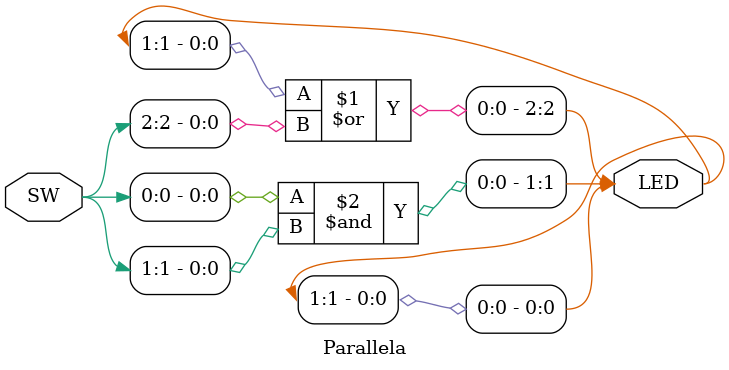
<source format=v>


module Parallela(
    input [2:0] SW,
    output [2:0] LED
    );
    
    assign LED[1]=LED[0];
    assign LED[2]=LED[1]|SW[2];
    assign LED[0]=SW[0]&SW[1];
    
endmodule

</source>
